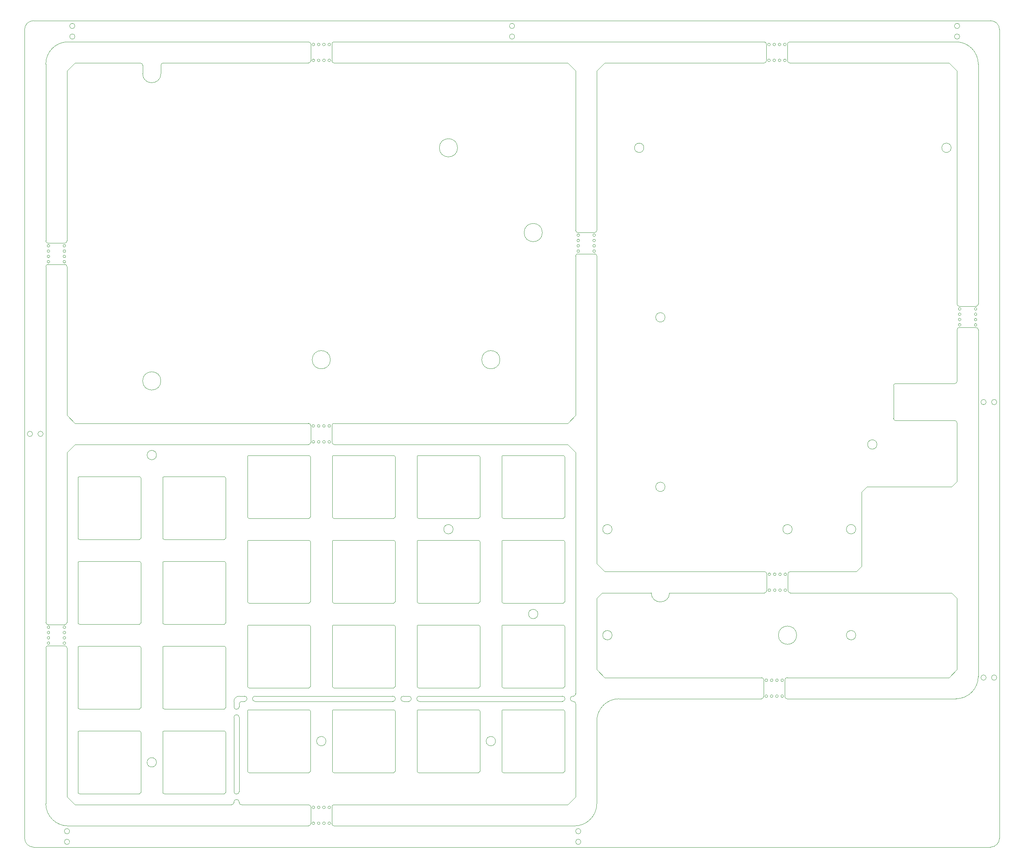
<source format=gbr>
%TF.GenerationSoftware,KiCad,Pcbnew,7.0.1*%
%TF.CreationDate,2025-02-28T04:26:42+09:00*%
%TF.ProjectId,bonyo4xs,626f6e79-6f34-4787-932e-6b696361645f,rev?*%
%TF.SameCoordinates,Original*%
%TF.FileFunction,Profile,NP*%
%FSLAX46Y46*%
G04 Gerber Fmt 4.6, Leading zero omitted, Abs format (unit mm)*
G04 Created by KiCad (PCBNEW 7.0.1) date 2025-02-28 04:26:42*
%MOMM*%
%LPD*%
G01*
G04 APERTURE LIST*
%TA.AperFunction,Profile*%
%ADD10C,0.100000*%
%TD*%
%TA.AperFunction,Profile*%
%ADD11C,0.050000*%
%TD*%
G04 APERTURE END LIST*
D10*
X199525168Y-72032873D02*
X186237656Y-72032873D01*
X237496Y4762504D02*
G75*
G03*
X-4762504Y-237496I0J-5000000D01*
G01*
X114300096Y-143970433D02*
X114300096Y-164901701D01*
X204490016Y-58840674D02*
G75*
G03*
X204490016Y-58840674I-297657J0D01*
G01*
X156757945Y-119062645D02*
G75*
G03*
X157257945Y-118562600I-45J500045D01*
G01*
X17000016Y-2381252D02*
X17000016Y-500000D01*
X131300120Y-119062600D02*
X120253226Y-119062600D01*
X113800096Y-142279807D02*
X113704783Y-142279807D01*
X1785939Y8334382D02*
G75*
G03*
X1785939Y8334382I-595313J0D01*
G01*
X-4762504Y-39981284D02*
G75*
G03*
X-4262504Y-40481284I500001J1D01*
G01*
X-4262504Y-45243788D02*
G75*
G03*
X-4762504Y-45743788I1J-500001D01*
G01*
X56852392Y-170854831D02*
G75*
G03*
X56852392Y-170854831I-297657J0D01*
G01*
X156662632Y-32D02*
G75*
G03*
X157162632Y500000I-32J500032D01*
G01*
X158150915Y-114895409D02*
G75*
G03*
X158150915Y-114895409I-297657J0D01*
G01*
X158650915Y-138707929D02*
G75*
G03*
X158650915Y-138707929I-297657J0D01*
G01*
X55661766Y595313D02*
G75*
G03*
X55661766Y595313I-297657J0D01*
G01*
X-4262504Y-130968860D02*
X-500000Y-130968860D01*
X118562600Y-38100000D02*
G75*
G03*
X119062600Y-37600032I0J500000D01*
G01*
X60031300Y4762500D02*
G75*
G03*
X59531300Y4262504I0J-500000D01*
G01*
X200525168Y-59435987D02*
X204287672Y-59435987D01*
X158150915Y-118467287D02*
G75*
G03*
X158150915Y-118467287I-297657J0D01*
G01*
X115193066Y-42267223D02*
G75*
G03*
X115193066Y-42267223I-297657J0D01*
G01*
X38695345Y-166092327D02*
X38695345Y-166187640D01*
X54268796Y-166687640D02*
X39195345Y-166687640D01*
X-297656Y-130373547D02*
G75*
G03*
X-297656Y-130373547I-297657J0D01*
G01*
X58043018Y595313D02*
G75*
G03*
X58043018Y595313I-297657J0D01*
G01*
X158055602Y4167191D02*
G75*
G03*
X158055602Y4167191I-297657J0D01*
G01*
X118764944Y-39885971D02*
G75*
G03*
X118764944Y-39885971I-297657J0D01*
G01*
X119062564Y-43362536D02*
G75*
G03*
X118562600Y-42862536I-499964J36D01*
G01*
X111323531Y-143470393D02*
G75*
G03*
X111323531Y-142279807I-31J595293D01*
G01*
X96300080Y-152400128D02*
G75*
G03*
X96300080Y-152400128I-1050000J0D01*
G01*
X0Y-164901701D02*
X0Y-131468860D01*
X112514157Y-166687640D02*
X60031300Y-166687640D01*
X182025152Y-85725072D02*
G75*
G03*
X182025152Y-85725072I-1050000J0D01*
G01*
X595313Y-172640770D02*
G75*
G03*
X595313Y-172640770I-595313J0D01*
G01*
X200025168Y-59935987D02*
X200025168Y-71532873D01*
X-4262504Y-130968860D02*
G75*
G03*
X-4762504Y-131468860I1J-500001D01*
G01*
X17000016Y-2381252D02*
G75*
G03*
X21100016Y-2381252I2050000J0D01*
G01*
X200918138Y-55268796D02*
G75*
G03*
X200918138Y-55268796I-297657J0D01*
G01*
X92368828Y-85725072D02*
X112514157Y-85725072D01*
X198239229Y0D02*
X200025168Y-1785939D01*
X159246228Y4167191D02*
G75*
G03*
X159246228Y4167191I-297657J0D01*
G01*
X119062600Y-136326677D02*
X120848539Y-138112616D01*
X115490722Y-172640770D02*
G75*
G03*
X115490722Y-172640770I-595313J0D01*
G01*
X112514157Y-80962568D02*
X114300096Y-79176629D01*
X37504719Y-166187640D02*
X37504719Y-166092327D01*
X0Y-79176629D02*
X1785939Y-80962568D01*
X115193066Y-39885971D02*
G75*
G03*
X115193066Y-39885971I-297657J0D01*
G01*
X157257945Y-118562600D02*
X157257945Y-114800096D01*
X160532167Y-118467287D02*
G75*
G03*
X160532167Y-118467287I-297657J0D01*
G01*
X204490016Y-56459422D02*
G75*
G03*
X204490016Y-56459422I-297657J0D01*
G01*
X134400112Y-95250080D02*
G75*
G03*
X134400112Y-95250080I-1050000J0D01*
G01*
X38695345Y-142279807D02*
X39885971Y-142279807D01*
X200025245Y-80867255D02*
G75*
G03*
X199525168Y-80367255I-499945J55D01*
G01*
X161925136Y4262504D02*
X161925136Y500000D01*
X120253226Y-119062600D02*
X119062600Y-120253226D01*
X73650064Y-80962568D02*
X112514157Y-80962568D01*
X157162604Y4262504D02*
G75*
G03*
X156662632Y4762504I-500004J-4D01*
G01*
X97300080Y-66675048D02*
G75*
G03*
X97300080Y-66675048I-2050000J0D01*
G01*
X38695345Y-144661059D02*
X38695345Y-144065746D01*
X178593900Y-113109470D02*
X177403274Y-114300096D01*
X186237656Y-80367255D02*
X199525168Y-80367255D01*
X82843820Y4762504D02*
X156662632Y4762504D01*
X198239229Y-138112616D02*
X200025168Y-136326677D01*
X42267220Y-142279747D02*
G75*
G03*
X42267220Y-143470453I-20J-595353D01*
G01*
X1785939Y5953130D02*
G75*
G03*
X1785939Y5953130I-595313J0D01*
G01*
X119062600Y-147875120D02*
X119062600Y-166450144D01*
X204490016Y-57650048D02*
G75*
G03*
X204490016Y-57650048I-297657J0D01*
G01*
X114062600Y-171450140D02*
G75*
G03*
X119062600Y-166450144I0J5000000D01*
G01*
X38695345Y-166092327D02*
G75*
G03*
X37504719Y-166092327I-595313J0D01*
G01*
X160436854Y595313D02*
G75*
G03*
X160436854Y595313I-297657J0D01*
G01*
X162020500Y-118562600D02*
G75*
G03*
X162520449Y-119062600I500000J0D01*
G01*
X113704783Y-143470433D02*
X113800096Y-143470433D01*
X-9525008Y-174212648D02*
G75*
G03*
X-7525008Y-176212648I1999999J-1D01*
G01*
X114062600Y-171450144D02*
X60031300Y-171450144D01*
X207550176Y-176212648D02*
X-7525008Y-176212648D01*
X199525168Y-72032868D02*
G75*
G03*
X200025168Y-71532873I32J499968D01*
G01*
X0Y-87511011D02*
X0Y-125706356D01*
X37504719Y-143470433D02*
X37504719Y-144661059D01*
X198239229Y0D02*
X162425136Y0D01*
X204490016Y-55268796D02*
G75*
G03*
X204490016Y-55268796I-297657J0D01*
G01*
X158650915Y-142279807D02*
G75*
G03*
X158650915Y-142279807I-297657J0D01*
G01*
X161829823Y-138112623D02*
G75*
G03*
X161329823Y-138612616I-23J-499977D01*
G01*
X208954863Y-138112616D02*
G75*
G03*
X208954863Y-138112616I-595313J0D01*
G01*
X56852392Y-85129759D02*
G75*
G03*
X56852392Y-85129759I-297657J0D01*
G01*
X37504719Y-147042311D02*
X37504719Y-163711075D01*
X-4262504Y-126206356D02*
X-500000Y-126206356D01*
X55661766Y-81557881D02*
G75*
G03*
X55661766Y-81557881I-297657J0D01*
G01*
X200025168Y-120253226D02*
X200025168Y-136326677D01*
X198834542Y-119062600D02*
X162520449Y-119062600D01*
X114800096Y-38100032D02*
X118562600Y-38100032D01*
X-4262504Y-40481284D02*
X-500000Y-40481284D01*
X73223499Y-143470433D02*
X42267220Y-143470453D01*
X200525168Y-54673483D02*
X204287672Y-54673483D01*
X-3869534Y-44648475D02*
G75*
G03*
X-3869534Y-44648475I-297657J0D01*
G01*
X58043018Y-170854831D02*
G75*
G03*
X58043018Y-170854831I-297657J0D01*
G01*
X204787672Y-13596886D02*
X204787672Y-237496D01*
X204787672Y-13596886D02*
X204787672Y-54173483D01*
X0Y-45743788D02*
G75*
G03*
X-500000Y-45243788I-500001J-1D01*
G01*
X59531228Y-85225072D02*
G75*
G03*
X60031300Y-85725072I500072J72D01*
G01*
X161627480Y4167191D02*
G75*
G03*
X161627480Y4167191I-297657J0D01*
G01*
X115490722Y-175022022D02*
G75*
G03*
X115490722Y-175022022I-595313J0D01*
G01*
X204787672Y-59935987D02*
X204787672Y-137875120D01*
X37504719Y-144661059D02*
G75*
G03*
X38695345Y-144661059I595313J0D01*
G01*
X114300067Y-143970433D02*
G75*
G03*
X113800096Y-143470433I-499967J33D01*
G01*
X120848539Y0D02*
X119062600Y-1785939D01*
X59233644Y-81557881D02*
G75*
G03*
X59233644Y-81557881I-297657J0D01*
G01*
X157162632Y500000D02*
X157162632Y4262504D01*
X157460289Y-142279807D02*
G75*
G03*
X157460289Y-142279807I-297657J0D01*
G01*
X160436854Y4167191D02*
G75*
G03*
X160436854Y4167191I-297657J0D01*
G01*
X161829823Y-138112616D02*
X198239229Y-138112616D01*
X56852392Y4167191D02*
G75*
G03*
X56852392Y4167191I-297657J0D01*
G01*
X58200048Y-152400128D02*
G75*
G03*
X58200048Y-152400128I-1050000J0D01*
G01*
X-5357817Y-83343820D02*
G75*
G03*
X-5357817Y-83343820I-595313J0D01*
G01*
X55661766Y4167191D02*
G75*
G03*
X55661766Y4167191I-297657J0D01*
G01*
X-3869534Y-129182921D02*
G75*
G03*
X-3869534Y-129182921I-297657J0D01*
G01*
X55661766Y-170854831D02*
G75*
G03*
X55661766Y-170854831I-297657J0D01*
G01*
X55661766Y-167282953D02*
G75*
G03*
X55661766Y-167282953I-297657J0D01*
G01*
X-3869534Y-43457849D02*
G75*
G03*
X-3869534Y-43457849I-297657J0D01*
G01*
X0Y-1785939D02*
X1785939Y0D01*
X39885971Y-143470393D02*
G75*
G03*
X39885971Y-142279807I29J595293D01*
G01*
X59233644Y-170854831D02*
G75*
G03*
X59233644Y-170854831I-297657J0D01*
G01*
X162425136Y4762464D02*
G75*
G03*
X161925136Y4262504I-36J-499964D01*
G01*
X-4762504Y-166450144D02*
G75*
G03*
X237496Y-171450144I5000000J0D01*
G01*
X-3869534Y-127992295D02*
G75*
G03*
X-3869534Y-127992295I-297657J0D01*
G01*
X-297656Y-44648475D02*
G75*
G03*
X-297656Y-44648475I-297657J0D01*
G01*
X122493852Y-128587608D02*
G75*
G03*
X122493852Y-128587608I-1050000J0D01*
G01*
X-3869534Y-41076597D02*
G75*
G03*
X-3869534Y-41076597I-297657J0D01*
G01*
X-7739069Y-83343820D02*
G75*
G03*
X-7739069Y-83343820I-595313J0D01*
G01*
X105825088Y-123825104D02*
G75*
G03*
X105825088Y-123825104I-1050000J0D01*
G01*
X159841541Y-138707929D02*
G75*
G03*
X159841541Y-138707929I-297657J0D01*
G01*
X54768832Y-81462568D02*
G75*
G03*
X54268796Y-80962568I-499932J68D01*
G01*
X60031300Y4762504D02*
X82843820Y4762504D01*
X21100016Y-71437560D02*
G75*
G03*
X21100016Y-71437560I-2050000J0D01*
G01*
X178593900Y-96440706D02*
X178593900Y-113109470D01*
X162425136Y4762504D02*
X199787672Y4762504D01*
X76795377Y-143470433D02*
X75604751Y-143470433D01*
X58043018Y-81557881D02*
G75*
G03*
X58043018Y-81557881I-297657J0D01*
G01*
X38695345Y-142279819D02*
G75*
G03*
X37504719Y-143470433I-45J-1190581D01*
G01*
X157258004Y-114800096D02*
G75*
G03*
X156757945Y-114300096I-500004J-4D01*
G01*
X118764944Y-38695345D02*
G75*
G03*
X118764944Y-38695345I-297657J0D01*
G01*
X161329780Y-142375120D02*
G75*
G03*
X161829823Y-142875120I500020J20D01*
G01*
X59233644Y-85129759D02*
G75*
G03*
X59233644Y-85129759I-297657J0D01*
G01*
X-297656Y-129182921D02*
G75*
G03*
X-297656Y-129182921I-297657J0D01*
G01*
X-500000Y-126206356D02*
G75*
G03*
X0Y-125706356I-1J500001D01*
G01*
X198834542Y-119062600D02*
X200025168Y-120253226D01*
X161829823Y-142875120D02*
X199787672Y-142875120D01*
X82843820Y0D02*
X112514157Y0D01*
X39290658Y-143470345D02*
G75*
G03*
X38695345Y-144065746I42J-595355D01*
G01*
X59531256Y-170950144D02*
G75*
G03*
X60031300Y-171450144I500044J44D01*
G01*
X86775072Y-104775088D02*
G75*
G03*
X86775072Y-104775088I-1050000J0D01*
G01*
X54268796Y4D02*
G75*
G03*
X54768796Y500000I4J499996D01*
G01*
X-3869534Y-130373547D02*
G75*
G03*
X-3869534Y-130373547I-297657J0D01*
G01*
X186237656Y-72032856D02*
G75*
G03*
X185737656Y-72532873I44J-500044D01*
G01*
X79176629Y-143470433D02*
X111323531Y-143470433D01*
X119062600Y-112514157D02*
X120848539Y-114300096D01*
X199787672Y-142875072D02*
G75*
G03*
X204787672Y-137875120I28J4999972D01*
G01*
X59531300Y-81462568D02*
X59531300Y-85225072D01*
X113800096Y-142279796D02*
G75*
G03*
X114300096Y-141779807I4J499996D01*
G01*
X106825088Y-38100032D02*
G75*
G03*
X106825088Y-38100032I-2050000J0D01*
G01*
X56852392Y595313D02*
G75*
G03*
X56852392Y595313I-297657J0D01*
G01*
X21100016Y-2381252D02*
X21100016Y-500000D01*
X37004719Y-166687640D02*
X1785939Y-166687640D01*
X112514157Y-166687640D02*
X114300096Y-164901701D01*
X114300096Y-43362536D02*
X114300096Y-79176629D01*
X177262648Y-128587608D02*
G75*
G03*
X177262648Y-128587608I-1050000J0D01*
G01*
X162520449Y-114300049D02*
G75*
G03*
X162020449Y-114800096I51J-500051D01*
G01*
X200025168Y-54173483D02*
X200025168Y-1785939D01*
X-3869534Y-42267223D02*
G75*
G03*
X-3869534Y-42267223I-297657J0D01*
G01*
X54268796Y-85725072D02*
X1785939Y-85725072D01*
X-9525008Y-174212648D02*
X-9525008Y7525008D01*
X159841541Y-142279807D02*
G75*
G03*
X159841541Y-142279807I-297657J0D01*
G01*
X59233644Y4167191D02*
G75*
G03*
X59233644Y4167191I-297657J0D01*
G01*
X-4762504Y-39981284D02*
X-4762504Y-237496D01*
X204287672Y-54673472D02*
G75*
G03*
X204787672Y-54173483I28J499972D01*
G01*
X200918138Y-56459422D02*
G75*
G03*
X200918138Y-56459422I-297657J0D01*
G01*
X82843820Y0D02*
X60031300Y0D01*
X200918138Y-57650048D02*
G75*
G03*
X200918138Y-57650048I-297657J0D01*
G01*
X179784526Y-95250080D02*
X178593900Y-96440706D01*
X209550108Y7525008D02*
G75*
G03*
X207550176Y9525008I-1999908J92D01*
G01*
X0Y-39981284D02*
X0Y-1785939D01*
X114800096Y-42862496D02*
G75*
G03*
X114300096Y-43362536I4J-500004D01*
G01*
X-4762504Y-131468860D02*
X-4762504Y-166450144D01*
X122493852Y-104775088D02*
G75*
G03*
X122493852Y-104775088I-1050000J0D01*
G01*
X56852392Y-167282953D02*
G75*
G03*
X56852392Y-167282953I-297657J0D01*
G01*
X100607897Y8334382D02*
G75*
G03*
X100607897Y8334382I-595313J0D01*
G01*
X79176629Y-142279767D02*
G75*
G03*
X79176629Y-143470433I-29J-595333D01*
G01*
X119062600Y-112514157D02*
X119062600Y-43362536D01*
X-4762504Y-125706356D02*
G75*
G03*
X-4262504Y-126206356I500001J1D01*
G01*
X177262648Y-104775088D02*
G75*
G03*
X177262648Y-104775088I-1050000J0D01*
G01*
X0Y-131468860D02*
G75*
G03*
X-500000Y-130968860I-500001J-1D01*
G01*
X160532167Y-114895409D02*
G75*
G03*
X160532167Y-114895409I-297657J0D01*
G01*
X59200048Y-66675048D02*
G75*
G03*
X59200048Y-66675048I-2050000J0D01*
G01*
X58043018Y4167191D02*
G75*
G03*
X58043018Y4167191I-297657J0D01*
G01*
X54768796Y-81462568D02*
X54768796Y-85225072D01*
X113704783Y-142279767D02*
G75*
G03*
X113704783Y-143470433I17J-595333D01*
G01*
X-4262504Y-45243788D02*
X-500000Y-45243788D01*
X54268796Y-171450096D02*
G75*
G03*
X54768796Y-170950144I-96J500096D01*
G01*
X54768796Y500000D02*
X54768796Y4262504D01*
X208954863Y-76200064D02*
G75*
G03*
X208954863Y-76200064I-595313J0D01*
G01*
X124062600Y-142875120D02*
X156067319Y-142875120D01*
X115193066Y-41076597D02*
G75*
G03*
X115193066Y-41076597I-297657J0D01*
G01*
X161627480Y595313D02*
G75*
G03*
X161627480Y595313I-297657J0D01*
G01*
X75604751Y-142279807D02*
X76795377Y-142279807D01*
X114300068Y-37600032D02*
G75*
G03*
X114800096Y-38100032I500032J32D01*
G01*
X-297656Y-41076597D02*
G75*
G03*
X-297656Y-41076597I-297657J0D01*
G01*
X198693916Y-19050016D02*
G75*
G03*
X198693916Y-19050016I-1050000J0D01*
G01*
X159246228Y595313D02*
G75*
G03*
X159246228Y595313I-297657J0D01*
G01*
X161925100Y500000D02*
G75*
G03*
X162425136Y0I500000J0D01*
G01*
X204787604Y-237496D02*
G75*
G03*
X199787672Y4762504I-4999904J96D01*
G01*
X56852392Y-81557881D02*
G75*
G03*
X56852392Y-81557881I-297657J0D01*
G01*
X76795377Y-143470393D02*
G75*
G03*
X76795377Y-142279807I23J595293D01*
G01*
X159341541Y-118467287D02*
G75*
G03*
X159341541Y-118467287I-297657J0D01*
G01*
X111323531Y-142279807D02*
X79176629Y-142279807D01*
X185737656Y-72532873D02*
X185737656Y-79867255D01*
X54268796Y-171450144D02*
X237496Y-171450144D01*
X131300120Y-119062600D02*
G75*
G03*
X135400120Y-119062600I2050000J0D01*
G01*
X54268796Y-85725096D02*
G75*
G03*
X54768796Y-85225072I4J499996D01*
G01*
X54768796Y-167187640D02*
X54768796Y-170950144D01*
X162520449Y-114300096D02*
X177403274Y-114300096D01*
X-500000Y-40481284D02*
G75*
G03*
X0Y-39981284I-1J500001D01*
G01*
X59233644Y595313D02*
G75*
G03*
X59233644Y595313I-297657J0D01*
G01*
X124062600Y-142875100D02*
G75*
G03*
X119062600Y-147875120I0J-5000000D01*
G01*
X161722793Y-114895409D02*
G75*
G03*
X161722793Y-114895409I-297657J0D01*
G01*
X156567319Y-142375120D02*
X156567319Y-138612616D01*
X1785939Y0D02*
X16500016Y0D01*
X58043018Y-167282953D02*
G75*
G03*
X58043018Y-167282953I-297657J0D01*
G01*
X39290658Y-143470433D02*
X39885971Y-143470433D01*
X87775072Y-19050016D02*
G75*
G03*
X87775072Y-19050016I-2050000J0D01*
G01*
X114800096Y-42862536D02*
X118562600Y-42862536D01*
X119062600Y-120253226D02*
X119062600Y-136326677D01*
X0Y-164901701D02*
X1785939Y-166687640D01*
X158055602Y595313D02*
G75*
G03*
X158055602Y595313I-297657J0D01*
G01*
X156757945Y-114300096D02*
X120848539Y-114300096D01*
X60031300Y-80962600D02*
G75*
G03*
X59531300Y-81462568I0J-500000D01*
G01*
X38695345Y-163711075D02*
X38695345Y-147042311D01*
X200918138Y-58840674D02*
G75*
G03*
X200918138Y-58840674I-297657J0D01*
G01*
X20100016Y-88106324D02*
G75*
G03*
X20100016Y-88106324I-1050000J0D01*
G01*
X55661766Y-85129759D02*
G75*
G03*
X55661766Y-85129759I-297657J0D01*
G01*
X200025217Y-54173483D02*
G75*
G03*
X200525168Y-54673483I499983J-17D01*
G01*
X156067319Y-142875119D02*
G75*
G03*
X156567319Y-142375120I-19J500019D01*
G01*
X161032167Y-142279807D02*
G75*
G03*
X161032167Y-142279807I-297657J0D01*
G01*
X595313Y-175022022D02*
G75*
G03*
X595313Y-175022022I-595313J0D01*
G01*
X237496Y4762504D02*
X54268796Y4762504D01*
X119062600Y-37600032D02*
X119062600Y-1785939D01*
X206573611Y-138112616D02*
G75*
G03*
X206573611Y-138112616I-595313J0D01*
G01*
X114300096Y-87511011D02*
X112514157Y-85725072D01*
X59531300Y4262504D02*
X59531300Y500000D01*
X38695260Y-166187640D02*
G75*
G03*
X39195345Y-166687640I499940J-60D01*
G01*
X114300096Y-37600032D02*
X114300096Y-1785939D01*
X60031300Y-80962568D02*
X73650064Y-80962568D01*
X21600016Y-16D02*
G75*
G03*
X21100016Y-500000I-16J-499984D01*
G01*
X207550176Y-176212576D02*
G75*
G03*
X209550176Y-174212648I-76J2000076D01*
G01*
X59531300Y500000D02*
G75*
G03*
X60031300Y0I500000J0D01*
G01*
X162020449Y-114800096D02*
X162020449Y-118562600D01*
X156067319Y-138112616D02*
X120848539Y-138112616D01*
X198834542Y-95250080D02*
X179784526Y-95250080D01*
X161722793Y-118467287D02*
G75*
G03*
X161722793Y-118467287I-297657J0D01*
G01*
X206573611Y-76200064D02*
G75*
G03*
X206573611Y-76200064I-595313J0D01*
G01*
X60031300Y-166687600D02*
G75*
G03*
X59531300Y-167187640I-200J-499800D01*
G01*
X185737745Y-79867255D02*
G75*
G03*
X186237656Y-80367255I499955J-45D01*
G01*
X156662632Y0D02*
X120848539Y0D01*
X200025168Y-94059454D02*
X200025168Y-80867255D01*
X58043018Y-85129759D02*
G75*
G03*
X58043018Y-85129759I-297657J0D01*
G01*
X-297656Y-126801669D02*
G75*
G03*
X-297656Y-126801669I-297657J0D01*
G01*
X0Y-45743788D02*
X0Y-79176629D01*
X204787713Y-59935987D02*
G75*
G03*
X204287672Y-59435987I-500013J-13D01*
G01*
X161032167Y-138707929D02*
G75*
G03*
X161032167Y-138707929I-297657J0D01*
G01*
X200525168Y-59435968D02*
G75*
G03*
X200025168Y-59935987I32J-500032D01*
G01*
X134400112Y-57150048D02*
G75*
G03*
X134400112Y-57150048I-1050000J0D01*
G01*
X59531300Y-167187640D02*
X59531300Y-170950144D01*
X73223499Y-143470393D02*
G75*
G03*
X73223499Y-142279807I1J595293D01*
G01*
X200620481Y8334382D02*
G75*
G03*
X200620481Y8334382I-595313J0D01*
G01*
X-4762504Y-125706356D02*
X-4762504Y-45743788D01*
X156757945Y-119062600D02*
X135400120Y-119062600D01*
X20100016Y-157162632D02*
G75*
G03*
X20100016Y-157162632I-1050000J0D01*
G01*
X157460289Y-138707929D02*
G75*
G03*
X157460289Y-138707929I-297657J0D01*
G01*
X209550176Y7525008D02*
X209550176Y-174212648D01*
X-297656Y-43457849D02*
G75*
G03*
X-297656Y-43457849I-297657J0D01*
G01*
X156567284Y-138612616D02*
G75*
G03*
X156067319Y-138112616I-499984J16D01*
G01*
X54768760Y-167187640D02*
G75*
G03*
X54268796Y-166687640I-499960J40D01*
G01*
X-7525008Y9525008D02*
G75*
G03*
X-9525008Y7525008I-1J-1999999D01*
G01*
X200620481Y5953130D02*
G75*
G03*
X200620481Y5953130I-595313J0D01*
G01*
X100607897Y5953130D02*
G75*
G03*
X100607897Y5953130I-595313J0D01*
G01*
X161329823Y-138612616D02*
X161329823Y-142375120D01*
X37004719Y-166687619D02*
G75*
G03*
X37504719Y-166187640I-19J500019D01*
G01*
X118764944Y-41076597D02*
G75*
G03*
X118764944Y-41076597I-297657J0D01*
G01*
X38695345Y-147042311D02*
G75*
G03*
X37504719Y-147042311I-595313J0D01*
G01*
X-7525008Y9525008D02*
X207550176Y9525008D01*
X42267220Y-142279827D02*
X73223499Y-142279807D01*
X54268796Y-80962568D02*
X1785939Y-80962568D01*
X-297656Y-127992295D02*
G75*
G03*
X-297656Y-127992295I-297657J0D01*
G01*
X159341541Y-114895409D02*
G75*
G03*
X159341541Y-114895409I-297657J0D01*
G01*
X54268796Y0D02*
X21600016Y0D01*
X92368828Y-85725072D02*
X60031300Y-85725072D01*
X-3869534Y-126801669D02*
G75*
G03*
X-3869534Y-126801669I-297657J0D01*
G01*
X114300096Y-87511011D02*
X114300096Y-141779807D01*
X115193066Y-38695345D02*
G75*
G03*
X115193066Y-38695345I-297657J0D01*
G01*
X162975136Y-104775088D02*
G75*
G03*
X162975136Y-104775088I-1050000J0D01*
G01*
X59233644Y-167282953D02*
G75*
G03*
X59233644Y-167282953I-297657J0D01*
G01*
X0Y-87511011D02*
X1785939Y-85725072D01*
X75604751Y-142279767D02*
G75*
G03*
X75604751Y-143470433I49J-595333D01*
G01*
X200025168Y-94059454D02*
X198834542Y-95250080D01*
X118764944Y-42267223D02*
G75*
G03*
X118764944Y-42267223I-297657J0D01*
G01*
X129637608Y-19050016D02*
G75*
G03*
X129637608Y-19050016I-1050000J0D01*
G01*
X37504719Y-163711075D02*
G75*
G03*
X38695345Y-163711075I595313J0D01*
G01*
X114300096Y-1785939D02*
X112514157Y0D01*
X163975136Y-128587608D02*
G75*
G03*
X163975136Y-128587608I-2050000J0D01*
G01*
X17000000Y-500000D02*
G75*
G03*
X16500016Y0I-500000J0D01*
G01*
X-297656Y-42267223D02*
G75*
G03*
X-297656Y-42267223I-297657J0D01*
G01*
X54768804Y4262504D02*
G75*
G03*
X54268796Y4762504I-500004J-4D01*
G01*
D11*
%TO.C,SW45*%
X97725088Y-102000080D02*
X97725088Y-88500080D01*
X98025088Y-88200080D02*
X111525088Y-88200080D01*
X111525088Y-102300080D02*
X98025088Y-102300080D01*
X111825088Y-88500080D02*
X111825088Y-102000080D01*
X98025088Y-88200080D02*
G75*
G03*
X97725088Y-88500080I0J-300000D01*
G01*
X97725088Y-102000080D02*
G75*
G03*
X98025088Y-102300080I300000J0D01*
G01*
X111825088Y-88500080D02*
G75*
G03*
X111525088Y-88200080I-300000J0D01*
G01*
X111525088Y-102300080D02*
G75*
G03*
X111825088Y-102000080I0J300000D01*
G01*
%TO.C,SW25*%
X2475008Y-106762584D02*
X2475008Y-93262584D01*
X2775008Y-92962584D02*
X16275008Y-92962584D01*
X16275008Y-107062584D02*
X2775008Y-107062584D01*
X16575008Y-93262584D02*
X16575008Y-106762584D01*
X2775008Y-92962584D02*
G75*
G03*
X2475008Y-93262584I0J-300000D01*
G01*
X2475008Y-106762584D02*
G75*
G03*
X2775008Y-107062584I300000J0D01*
G01*
X16575008Y-93262584D02*
G75*
G03*
X16275008Y-92962584I-300000J0D01*
G01*
X16275008Y-107062584D02*
G75*
G03*
X16575008Y-106762584I0J300000D01*
G01*
%TO.C,SW48*%
X97725088Y-159150128D02*
X97725088Y-145650128D01*
X98025088Y-145350128D02*
X111525088Y-145350128D01*
X111525088Y-159450128D02*
X98025088Y-159450128D01*
X111825088Y-145650128D02*
X111825088Y-159150128D01*
X98025088Y-145350128D02*
G75*
G03*
X97725088Y-145650128I0J-300000D01*
G01*
X97725088Y-159150128D02*
G75*
G03*
X98025088Y-159450128I300000J0D01*
G01*
X111825088Y-145650128D02*
G75*
G03*
X111525088Y-145350128I-300000J0D01*
G01*
X111525088Y-159450128D02*
G75*
G03*
X111825088Y-159150128I0J300000D01*
G01*
%TO.C,SW34*%
X40575040Y-121050096D02*
X40575040Y-107550096D01*
X40875040Y-107250096D02*
X54375040Y-107250096D01*
X54375040Y-121350096D02*
X40875040Y-121350096D01*
X54675040Y-107550096D02*
X54675040Y-121050096D01*
X40875040Y-107250096D02*
G75*
G03*
X40575040Y-107550096I0J-300000D01*
G01*
X40575040Y-121050096D02*
G75*
G03*
X40875040Y-121350096I300000J0D01*
G01*
X54675040Y-107550096D02*
G75*
G03*
X54375040Y-107250096I-300000J0D01*
G01*
X54375040Y-121350096D02*
G75*
G03*
X54675040Y-121050096I0J300000D01*
G01*
%TO.C,SW31*%
X21525024Y-144862616D02*
X21525024Y-131362616D01*
X21825024Y-131062616D02*
X35325024Y-131062616D01*
X35325024Y-145162616D02*
X21825024Y-145162616D01*
X35625024Y-131362616D02*
X35625024Y-144862616D01*
X21825024Y-131062616D02*
G75*
G03*
X21525024Y-131362616I0J-300000D01*
G01*
X21525024Y-144862616D02*
G75*
G03*
X21825024Y-145162616I300000J0D01*
G01*
X35625024Y-131362616D02*
G75*
G03*
X35325024Y-131062616I-300000J0D01*
G01*
X35325024Y-145162616D02*
G75*
G03*
X35625024Y-144862616I0J300000D01*
G01*
%TO.C,SW39*%
X59625056Y-140100112D02*
X59625056Y-126600112D01*
X59925056Y-126300112D02*
X73425056Y-126300112D01*
X73425056Y-140400112D02*
X59925056Y-140400112D01*
X73725056Y-126600112D02*
X73725056Y-140100112D01*
X59925056Y-126300112D02*
G75*
G03*
X59625056Y-126600112I0J-300000D01*
G01*
X59625056Y-140100112D02*
G75*
G03*
X59925056Y-140400112I300000J0D01*
G01*
X73725056Y-126600112D02*
G75*
G03*
X73425056Y-126300112I-300000J0D01*
G01*
X73425056Y-140400112D02*
G75*
G03*
X73725056Y-140100112I0J300000D01*
G01*
%TO.C,SW37*%
X59625056Y-102000080D02*
X59625056Y-88500080D01*
X59925056Y-88200080D02*
X73425056Y-88200080D01*
X73425056Y-102300080D02*
X59925056Y-102300080D01*
X73725056Y-88500080D02*
X73725056Y-102000080D01*
X59925056Y-88200080D02*
G75*
G03*
X59625056Y-88500080I0J-300000D01*
G01*
X59625056Y-102000080D02*
G75*
G03*
X59925056Y-102300080I300000J0D01*
G01*
X73725056Y-88500080D02*
G75*
G03*
X73425056Y-88200080I-300000J0D01*
G01*
X73425056Y-102300080D02*
G75*
G03*
X73725056Y-102000080I0J300000D01*
G01*
%TO.C,SW47*%
X97725088Y-140100112D02*
X97725088Y-126600112D01*
X98025088Y-126300112D02*
X111525088Y-126300112D01*
X111525088Y-140400112D02*
X98025088Y-140400112D01*
X111825088Y-126600112D02*
X111825088Y-140100112D01*
X98025088Y-126300112D02*
G75*
G03*
X97725088Y-126600112I0J-300000D01*
G01*
X97725088Y-140100112D02*
G75*
G03*
X98025088Y-140400112I300000J0D01*
G01*
X111825088Y-126600112D02*
G75*
G03*
X111525088Y-126300112I-300000J0D01*
G01*
X111525088Y-140400112D02*
G75*
G03*
X111825088Y-140100112I0J300000D01*
G01*
%TO.C,SW46*%
X97725088Y-121050096D02*
X97725088Y-107550096D01*
X98025088Y-107250096D02*
X111525088Y-107250096D01*
X111525088Y-121350096D02*
X98025088Y-121350096D01*
X111825088Y-107550096D02*
X111825088Y-121050096D01*
X98025088Y-107250096D02*
G75*
G03*
X97725088Y-107550096I0J-300000D01*
G01*
X97725088Y-121050096D02*
G75*
G03*
X98025088Y-121350096I300000J0D01*
G01*
X111825088Y-107550096D02*
G75*
G03*
X111525088Y-107250096I-300000J0D01*
G01*
X111525088Y-121350096D02*
G75*
G03*
X111825088Y-121050096I0J300000D01*
G01*
%TO.C,SW27*%
X2475008Y-144862616D02*
X2475008Y-131362616D01*
X2775008Y-131062616D02*
X16275008Y-131062616D01*
X16275008Y-145162616D02*
X2775008Y-145162616D01*
X16575008Y-131362616D02*
X16575008Y-144862616D01*
X2775008Y-131062616D02*
G75*
G03*
X2475008Y-131362616I0J-300000D01*
G01*
X2475008Y-144862616D02*
G75*
G03*
X2775008Y-145162616I300000J0D01*
G01*
X16575008Y-131362616D02*
G75*
G03*
X16275008Y-131062616I-300000J0D01*
G01*
X16275008Y-145162616D02*
G75*
G03*
X16575008Y-144862616I0J300000D01*
G01*
%TO.C,SW44*%
X78675072Y-159150128D02*
X78675072Y-145650128D01*
X78975072Y-145350128D02*
X92475072Y-145350128D01*
X92475072Y-159450128D02*
X78975072Y-159450128D01*
X92775072Y-145650128D02*
X92775072Y-159150128D01*
X78975072Y-145350128D02*
G75*
G03*
X78675072Y-145650128I0J-300000D01*
G01*
X78675072Y-159150128D02*
G75*
G03*
X78975072Y-159450128I300000J0D01*
G01*
X92775072Y-145650128D02*
G75*
G03*
X92475072Y-145350128I-300000J0D01*
G01*
X92475072Y-159450128D02*
G75*
G03*
X92775072Y-159150128I0J300000D01*
G01*
%TO.C,SW36*%
X40575040Y-159150128D02*
X40575040Y-145650128D01*
X40875040Y-145350128D02*
X54375040Y-145350128D01*
X54375040Y-159450128D02*
X40875040Y-159450128D01*
X54675040Y-145650128D02*
X54675040Y-159150128D01*
X40875040Y-145350128D02*
G75*
G03*
X40575040Y-145650128I0J-300000D01*
G01*
X40575040Y-159150128D02*
G75*
G03*
X40875040Y-159450128I300000J0D01*
G01*
X54675040Y-145650128D02*
G75*
G03*
X54375040Y-145350128I-300000J0D01*
G01*
X54375040Y-159450128D02*
G75*
G03*
X54675040Y-159150128I0J300000D01*
G01*
%TO.C,SW33*%
X40575040Y-102000080D02*
X40575040Y-88500080D01*
X40875040Y-88200080D02*
X54375040Y-88200080D01*
X54375040Y-102300080D02*
X40875040Y-102300080D01*
X54675040Y-88500080D02*
X54675040Y-102000080D01*
X40875040Y-88200080D02*
G75*
G03*
X40575040Y-88500080I0J-300000D01*
G01*
X40575040Y-102000080D02*
G75*
G03*
X40875040Y-102300080I300000J0D01*
G01*
X54675040Y-88500080D02*
G75*
G03*
X54375040Y-88200080I-300000J0D01*
G01*
X54375040Y-102300080D02*
G75*
G03*
X54675040Y-102000080I0J300000D01*
G01*
%TO.C,SW28*%
X2475008Y-163912632D02*
X2475008Y-150412632D01*
X2775008Y-150112632D02*
X16275008Y-150112632D01*
X16275008Y-164212632D02*
X2775008Y-164212632D01*
X16575008Y-150412632D02*
X16575008Y-163912632D01*
X2775008Y-150112632D02*
G75*
G03*
X2475008Y-150412632I0J-300000D01*
G01*
X2475008Y-163912632D02*
G75*
G03*
X2775008Y-164212632I300000J0D01*
G01*
X16575008Y-150412632D02*
G75*
G03*
X16275008Y-150112632I-300000J0D01*
G01*
X16275008Y-164212632D02*
G75*
G03*
X16575008Y-163912632I0J300000D01*
G01*
%TO.C,SW43*%
X78675072Y-140100112D02*
X78675072Y-126600112D01*
X78975072Y-126300112D02*
X92475072Y-126300112D01*
X92475072Y-140400112D02*
X78975072Y-140400112D01*
X92775072Y-126600112D02*
X92775072Y-140100112D01*
X78975072Y-126300112D02*
G75*
G03*
X78675072Y-126600112I0J-300000D01*
G01*
X78675072Y-140100112D02*
G75*
G03*
X78975072Y-140400112I300000J0D01*
G01*
X92775072Y-126600112D02*
G75*
G03*
X92475072Y-126300112I-300000J0D01*
G01*
X92475072Y-140400112D02*
G75*
G03*
X92775072Y-140100112I0J300000D01*
G01*
%TO.C,SW40*%
X59625056Y-159150128D02*
X59625056Y-145650128D01*
X59925056Y-145350128D02*
X73425056Y-145350128D01*
X73425056Y-159450128D02*
X59925056Y-159450128D01*
X73725056Y-145650128D02*
X73725056Y-159150128D01*
X59925056Y-145350128D02*
G75*
G03*
X59625056Y-145650128I0J-300000D01*
G01*
X59625056Y-159150128D02*
G75*
G03*
X59925056Y-159450128I300000J0D01*
G01*
X73725056Y-145650128D02*
G75*
G03*
X73425056Y-145350128I-300000J0D01*
G01*
X73425056Y-159450128D02*
G75*
G03*
X73725056Y-159150128I0J300000D01*
G01*
%TO.C,SW35*%
X40575040Y-140100112D02*
X40575040Y-126600112D01*
X40875040Y-126300112D02*
X54375040Y-126300112D01*
X54375040Y-140400112D02*
X40875040Y-140400112D01*
X54675040Y-126600112D02*
X54675040Y-140100112D01*
X40875040Y-126300112D02*
G75*
G03*
X40575040Y-126600112I0J-300000D01*
G01*
X40575040Y-140100112D02*
G75*
G03*
X40875040Y-140400112I300000J0D01*
G01*
X54675040Y-126600112D02*
G75*
G03*
X54375040Y-126300112I-300000J0D01*
G01*
X54375040Y-140400112D02*
G75*
G03*
X54675040Y-140100112I0J300000D01*
G01*
%TO.C,SW42*%
X78675072Y-121050096D02*
X78675072Y-107550096D01*
X78975072Y-107250096D02*
X92475072Y-107250096D01*
X92475072Y-121350096D02*
X78975072Y-121350096D01*
X92775072Y-107550096D02*
X92775072Y-121050096D01*
X78975072Y-107250096D02*
G75*
G03*
X78675072Y-107550096I0J-300000D01*
G01*
X78675072Y-121050096D02*
G75*
G03*
X78975072Y-121350096I300000J0D01*
G01*
X92775072Y-107550096D02*
G75*
G03*
X92475072Y-107250096I-300000J0D01*
G01*
X92475072Y-121350096D02*
G75*
G03*
X92775072Y-121050096I0J300000D01*
G01*
%TO.C,SW32*%
X21525024Y-163912632D02*
X21525024Y-150412632D01*
X21825024Y-150112632D02*
X35325024Y-150112632D01*
X35325024Y-164212632D02*
X21825024Y-164212632D01*
X35625024Y-150412632D02*
X35625024Y-163912632D01*
X21825024Y-150112632D02*
G75*
G03*
X21525024Y-150412632I0J-300000D01*
G01*
X21525024Y-163912632D02*
G75*
G03*
X21825024Y-164212632I300000J0D01*
G01*
X35625024Y-150412632D02*
G75*
G03*
X35325024Y-150112632I-300000J0D01*
G01*
X35325024Y-164212632D02*
G75*
G03*
X35625024Y-163912632I0J300000D01*
G01*
%TO.C,SW26*%
X2475008Y-125812600D02*
X2475008Y-112312600D01*
X2775008Y-112012600D02*
X16275008Y-112012600D01*
X16275008Y-126112600D02*
X2775008Y-126112600D01*
X16575008Y-112312600D02*
X16575008Y-125812600D01*
X2775008Y-112012600D02*
G75*
G03*
X2475008Y-112312600I0J-300000D01*
G01*
X2475008Y-125812600D02*
G75*
G03*
X2775008Y-126112600I300000J0D01*
G01*
X16575008Y-112312600D02*
G75*
G03*
X16275008Y-112012600I-300000J0D01*
G01*
X16275008Y-126112600D02*
G75*
G03*
X16575008Y-125812600I0J300000D01*
G01*
%TO.C,SW29*%
X21525024Y-106762584D02*
X21525024Y-93262584D01*
X21825024Y-92962584D02*
X35325024Y-92962584D01*
X35325024Y-107062584D02*
X21825024Y-107062584D01*
X35625024Y-93262584D02*
X35625024Y-106762584D01*
X21825024Y-92962584D02*
G75*
G03*
X21525024Y-93262584I0J-300000D01*
G01*
X21525024Y-106762584D02*
G75*
G03*
X21825024Y-107062584I300000J0D01*
G01*
X35625024Y-93262584D02*
G75*
G03*
X35325024Y-92962584I-300000J0D01*
G01*
X35325024Y-107062584D02*
G75*
G03*
X35625024Y-106762584I0J300000D01*
G01*
%TO.C,SW30*%
X21525024Y-125812600D02*
X21525024Y-112312600D01*
X21825024Y-112012600D02*
X35325024Y-112012600D01*
X35325024Y-126112600D02*
X21825024Y-126112600D01*
X35625024Y-112312600D02*
X35625024Y-125812600D01*
X21825024Y-112012600D02*
G75*
G03*
X21525024Y-112312600I0J-300000D01*
G01*
X21525024Y-125812600D02*
G75*
G03*
X21825024Y-126112600I300000J0D01*
G01*
X35625024Y-112312600D02*
G75*
G03*
X35325024Y-112012600I-300000J0D01*
G01*
X35325024Y-126112600D02*
G75*
G03*
X35625024Y-125812600I0J300000D01*
G01*
%TO.C,SW38*%
X59625056Y-121050096D02*
X59625056Y-107550096D01*
X59925056Y-107250096D02*
X73425056Y-107250096D01*
X73425056Y-121350096D02*
X59925056Y-121350096D01*
X73725056Y-107550096D02*
X73725056Y-121050096D01*
X59925056Y-107250096D02*
G75*
G03*
X59625056Y-107550096I0J-300000D01*
G01*
X59625056Y-121050096D02*
G75*
G03*
X59925056Y-121350096I300000J0D01*
G01*
X73725056Y-107550096D02*
G75*
G03*
X73425056Y-107250096I-300000J0D01*
G01*
X73425056Y-121350096D02*
G75*
G03*
X73725056Y-121050096I0J300000D01*
G01*
%TO.C,SW41*%
X78675072Y-102000080D02*
X78675072Y-88500080D01*
X78975072Y-88200080D02*
X92475072Y-88200080D01*
X92475072Y-102300080D02*
X78975072Y-102300080D01*
X92775072Y-88500080D02*
X92775072Y-102000080D01*
X78975072Y-88200080D02*
G75*
G03*
X78675072Y-88500080I0J-300000D01*
G01*
X78675072Y-102000080D02*
G75*
G03*
X78975072Y-102300080I300000J0D01*
G01*
X92775072Y-88500080D02*
G75*
G03*
X92475072Y-88200080I-300000J0D01*
G01*
X92475072Y-102300080D02*
G75*
G03*
X92775072Y-102000080I0J300000D01*
G01*
%TD*%
M02*

</source>
